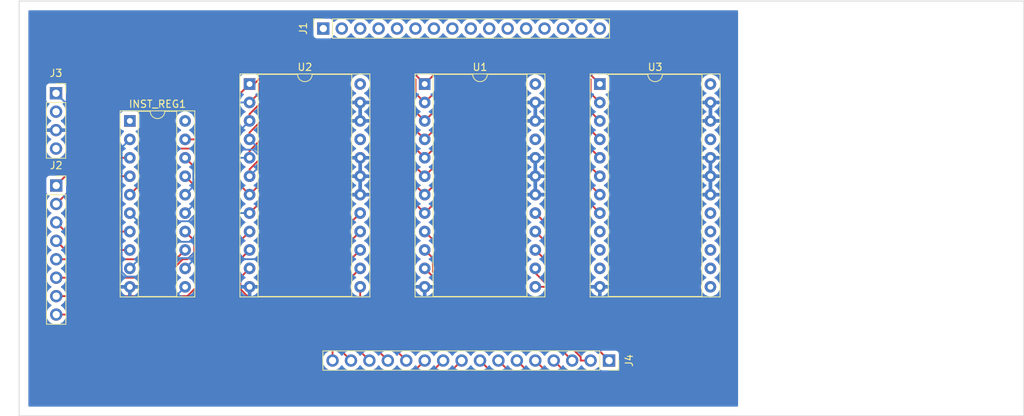
<source format=kicad_pcb>
(kicad_pcb (version 20211014) (generator pcbnew)
  (layers (0 "F.Cu" signal) (1 "In1.Cu" signal) (2 "In2.Cu" signal) (31 "B.Cu" signal) (34 "B.Paste" user) (35 "F.Paste" user) (36 "B.SilkS" user "B.Silkscreen") (37 "F.SilkS" user "F.Silkscreen") (38 "B.Mask" user) (39 "F.Mask" user) (44 "Edge.Cuts" user))
  (net 0 "")
  (net 2 "Net-(INST_REG1-Pad2)")
  (net 3 "D0")
  (net 4 "D1")
  (net 5 "Net-(INST_REG1-Pad5)")
  (net 6 "Net-(INST_REG1-Pad6)")
  (net 7 "D2")
  (net 8 "D3")
  (net 9 "Net-(INST_REG1-Pad9)")
  (net 10 "GND")
  (net 11 "CLK")
  (net 12 "Net-(INST_REG1-Pad12)")
  (net 13 "D4")
  (net 14 "D5")
  (net 15 "Net-(INST_REG1-Pad15)")
  (net 16 "Net-(INST_REG1-Pad16)")
  (net 17 "D6")
  (net 18 "D7")
  (net 19 "Net-(INST_REG1-Pad19)")
  (net 20 "+5V")
  (net 21 "A0")
  (net 22 "A1")
  (net 23 "A2")
  (net 24 "A3")
  (net 25 "A4")
  (net 26 "A5")
  (net 27 "A6")
  (net 28 "A7")
  (net 29 "A8")
  (net 30 "A9")
  (net 31 "A10")
  (net 32 "A11")
  (net 33 "A12")
  (net 34 "A13")
  (net 35 "A14")
  (net 36 "A15")
  (net 37 "RST")
  (net 38 "X")
  (net 39 "OI")
  (net 40 "MW")
  (net 41 "H")
  (net 42 "C")
  (net 43 "~{II}")
  (net 44 "Im")
  (net 45 "~{ΣO}")
  (net 46 "~{ΣI}")
  (net 47 "RO")
  (net 48 "RI")
  (net 49 "~{MO}")
  (net 50 "MI")
  (net 51 "~{CO}")
  (net 52 "CE")
  (net 53 "~{CI}")
  (footprint "Package_DIP:DIP-24_W15.24mm_Socket" (layer "F.Cu") (at 120.65 81.28)
    (fp_text reference "U2" (at 7.62 -2.33) (layer "F.SilkS"))
    (fp_text value "AT28C16")
    (fp_line (start 14.08 -1.33) (end 8.62 -1.33) (layer "F.SilkS") (width 0.12))
    (fp_line (start 1.16 29.27) (end 14.08 29.27) (layer "F.SilkS") (width 0.12))
    (fp_line (start 6.62 -1.33) (end 1.16 -1.33) (layer "F.SilkS") (width 0.12))
    (fp_line (start 16.57 -1.39) (end -1.33 -1.39) (layer "F.SilkS") (width 0.12))
    (fp_line (start -1.33 -1.39) (end -1.33 29.33) (layer "F.SilkS") (width 0.12))
    (fp_line (start -1.33 29.33) (end 16.57 29.33) (layer "F.SilkS") (width 0.12))
    (fp_line (start 1.16 -1.33) (end 1.16 29.27) (layer "F.SilkS") (width 0.12))
    (fp_line (start 16.57 29.33) (end 16.57 -1.39) (layer "F.SilkS") (width 0.12))
    (fp_line (start 14.08 29.27) (end 14.08 -1.33) (layer "F.SilkS") (width 0.12))
    (fp_arc (start 8.62 -1.33) (mid 7.62 -0.33) (end 6.62 -1.33) (layer "F.SilkS") (width 0.12))
    (pad "1" thru_hole rect (at 0 0) (size 1.6 1.6) (drill 0.8) (layers *.Cu *.Mask) (net 19 "Net-(INST_REG1-Pad19)"))
    (pad "2" thru_hole oval (at 0 2.54) (size 1.6 1.6) (drill 0.8) (layers *.Cu *.Mask) (net 16 "Net-(INST_REG1-Pad16)"))
    (pad "3" thru_hole oval (at 0 5.08) (size 1.6 1.6) (drill 0.8) (layers *.Cu *.Mask) (net 15 "Net-(INST_REG1-Pad15)"))
    (pad "4" thru_hole oval (at 0 7.62) (size 1.6 1.6) (drill 0.8) (layers *.Cu *.Mask) (net 12 "Net-(INST_REG1-Pad12)"))
    (pad "5" thru_hole oval (at 0 10.16) (size 1.6 1.6) (drill 0.8) (layers *.Cu *.Mask) (net 9 "Net-(INST_REG1-Pad9)"))
    (pad "6" thru_hole oval (at 0 12.7) (size 1.6 1.6) (drill 0.8) (layers *.Cu *.Mask) (net 6 "Net-(INST_REG1-Pad6)"))
    (pad "7" thru_hole oval (at 0 15.24) (size 1.6 1.6) (drill 0.8) (layers *.Cu *.Mask) (net 5 "Net-(INST_REG1-Pad5)"))
    (pad "8" thru_hole oval (at 0 17.78) (size 1.6 1.6) (drill 0.8) (layers *.Cu *.Mask) (net 2 "Net-(INST_REG1-Pad2)"))
    (pad "9" thru_hole oval (at 0 20.32) (size 1.6 1.6) (drill 0.8) (layers *.Cu *.Mask) (net 46 "~{ΣI}"))
    (pad "10" thru_hole oval (at 0 22.86) (size 1.6 1.6) (drill 0.8) (layers *.Cu *.Mask) (net 47 "RO"))
    (pad "11" thru_hole oval (at 0 25.4) (size 1.6 1.6) (drill 0.8) (layers *.Cu *.Mask) (net 48 "RI"))
    (pad "12" thru_hole oval (at 0 27.94) (size 1.6 1.6) (drill 0.8) (layers *.Cu *.Mask) (net 10 "GND"))
    (pad "13" thru_hole oval (at 15.24 27.94) (size 1.6 1.6) (drill 0.8) (layers *.Cu *.Mask) (net 49 "~{MO}"))
    (pad "14" thru_hole oval (at 15.24 25.4) (size 1.6 1.6) (drill 0.8) (layers *.Cu *.Mask) (net 50 "MI"))
    (pad "15" thru_hole oval (at 15.24 22.86) (size 1.6 1.6) (drill 0.8) (layers *.Cu *.Mask) (net 51 "~{CO}"))
    (pad "16" thru_hole oval (at 15.24 20.32) (size 1.6 1.6) (drill 0.8) (layers *.Cu *.Mask) (net 52 "CE"))
    (pad "17" thru_hole oval (at 15.24 17.78) (size 1.6 1.6) (drill 0.8) (layers *.Cu *.Mask) (net 53 "~{CI}"))
    (pad "18" thru_hole oval (at 15.24 15.24) (size 1.6 1.6) (drill 0.8) (layers *.Cu *.Mask) (net 10 "GND"))
    (pad "19" thru_hole oval (at 15.24 12.7) (size 1.6 1.6) (drill 0.8) (layers *.Cu *.Mask) (net 10 "GND"))
    (pad "20" thru_hole oval (at 15.24 10.16) (size 1.6 1.6) (drill 0.8) (layers *.Cu *.Mask) (net 10 "GND"))
    (pad "21" thru_hole oval (at 15.24 7.62) (size 1.6 1.6) (drill 0.8) (layers *.Cu *.Mask) (net 20 "+5V"))
    (pad "22" thru_hole oval (at 15.24 5.08) (size 1.6 1.6) (drill 0.8) (layers *.Cu *.Mask) (net 10 "GND"))
    (pad "23" thru_hole oval (at 15.24 2.54) (size 1.6 1.6) (drill 0.8) (layers *.Cu *.Mask) (net 10 "GND"))
    (pad "24" thru_hole oval (at 15.24 0) (size 1.6 1.6) (drill 0.8) (layers *.Cu *.Mask) (net 20 "+5V"))
  )
  (footprint "Connector_PinSocket_2.54mm:PinSocket_1x16_P2.54mm_Vertical" (layer "F.Cu") (at 130.81 73.635 90)
    (fp_text reference "J1" (at 0 -2.77 90) (layer "F.SilkS"))
    (fp_text value "ADDR_BUS")
    (fp_line (start -1.33 39.43) (end 1.33 39.43) (layer "F.SilkS") (width 0.12))
    (fp_line (start 1.33 1.27) (end 1.33 39.43) (layer "F.SilkS") (width 0.12))
    (fp_line (start 1.33 -1.33) (end 1.33 0) (layer "F.SilkS") (width 0.12))
    (fp_line (start -1.33 1.27) (end 1.33 1.27) (layer "F.SilkS") (width 0.12))
    (fp_line (start 0 -1.33) (end 1.33 -1.33) (layer "F.SilkS") (width 0.12))
    (fp_line (start -1.33 1.27) (end -1.33 39.43) (layer "F.SilkS") (width 0.12))
    (pad "1" thru_hole rect (at 0 0 90) (size 1.7 1.7) (drill 1) (layers *.Cu *.Mask) (net 21 "A0"))
    (pad "2" thru_hole oval (at 0 2.54 90) (size 1.7 1.7) (drill 1) (layers *.Cu *.Mask) (net 22 "A1"))
    (pad "3" thru_hole oval (at 0 5.08 90) (size 1.7 1.7) (drill 1) (layers *.Cu *.Mask) (net 23 "A2"))
    (pad "4" thru_hole oval (at 0 7.62 90) (size 1.7 1.7) (drill 1) (layers *.Cu *.Mask) (net 24 "A3"))
    (pad "5" thru_hole oval (at 0 10.16 90) (size 1.7 1.7) (drill 1) (layers *.Cu *.Mask) (net 25 "A4"))
    (pad "6" thru_hole oval (at 0 12.7 90) (size 1.7 1.7) (drill 1) (layers *.Cu *.Mask) (net 26 "A5"))
    (pad "7" thru_hole oval (at 0 15.24 90) (size 1.7 1.7) (drill 1) (layers *.Cu *.Mask) (net 27 "A6"))
    (pad "8" thru_hole oval (at 0 17.78 90) (size 1.7 1.7) (drill 1) (layers *.Cu *.Mask) (net 28 "A7"))
    (pad "9" thru_hole oval (at 0 20.32 90) (size 1.7 1.7) (drill 1) (layers *.Cu *.Mask) (net 29 "A8"))
    (pad "10" thru_hole oval (at 0 22.86 90) (size 1.7 1.7) (drill 1) (layers *.Cu *.Mask) (net 30 "A9"))
    (pad "11" thru_hole oval (at 0 25.4 90) (size 1.7 1.7) (drill 1) (layers *.Cu *.Mask) (net 31 "A10"))
    (pad "12" thru_hole oval (at 0 27.94 90) (size 1.7 1.7) (drill 1) (layers *.Cu *.Mask) (net 32 "A11"))
    (pad "13" thru_hole oval (at 0 30.48 90) (size 1.7 1.7) (drill 1) (layers *.Cu *.Mask) (net 33 "A12"))
    (pad "14" thru_hole oval (at 0 33.02 90) (size 1.7 1.7) (drill 1) (layers *.Cu *.Mask) (net 34 "A13"))
    (pad "15" thru_hole oval (at 0 35.56 90) (size 1.7 1.7) (drill 1) (layers *.Cu *.Mask) (net 35 "A14"))
    (pad "16" thru_hole oval (at 0 38.1 90) (size 1.7 1.7) (drill 1) (layers *.Cu *.Mask) (net 36 "A15"))
  )
  (footprint "Package_DIP:DIP-24_W15.24mm_Socket" (layer "F.Cu") (at 168.91 81.28)
    (fp_text reference "U3" (at 7.62 -2.33) (layer "F.SilkS"))
    (fp_text value "AT28C16")
    (fp_line (start 14.08 29.27) (end 14.08 -1.33) (layer "F.SilkS") (width 0.12))
    (fp_line (start 14.08 -1.33) (end 8.62 -1.33) (layer "F.SilkS") (width 0.12))
    (fp_line (start 16.57 29.33) (end 16.57 -1.39) (layer "F.SilkS") (width 0.12))
    (fp_line (start 16.57 -1.39) (end -1.33 -1.39) (layer "F.SilkS") (width 0.12))
    (fp_line (start -1.33 29.33) (end 16.57 29.33) (layer "F.SilkS") (width 0.12))
    (fp_line (start -1.33 -1.39) (end -1.33 29.33) (layer "F.SilkS") (width 0.12))
    (fp_line (start 1.16 -1.33) (end 1.16 29.27) (layer "F.SilkS") (width 0.12))
    (fp_line (start 6.62 -1.33) (end 1.16 -1.33) (layer "F.SilkS") (width 0.12))
    (fp_line (start 1.16 29.27) (end 14.08 29.27) (layer "F.SilkS") (width 0.12))
    (fp_arc (start 8.62 -1.33) (mid 7.62 -0.33) (end 6.62 -1.33) (layer "F.SilkS") (width 0.12))
    (pad "1" thru_hole rect (at 0 0) (size 1.6 1.6) (drill 0.8) (layers *.Cu *.Mask) (net 19 "Net-(INST_REG1-Pad19)"))
    (pad "2" thru_hole oval (at 0 2.54) (size 1.6 1.6) (drill 0.8) (layers *.Cu *.Mask) (net 16 "Net-(INST_REG1-Pad16)"))
    (pad "3" thru_hole oval (at 0 5.08) (size 1.6 1.6) (drill 0.8) (layers *.Cu *.Mask) (net 15 "Net-(INST_REG1-Pad15)"))
    (pad "4" thru_hole oval (at 0 7.62) (size 1.6 1.6) (drill 0.8) (layers *.Cu *.Mask) (net 12 "Net-(INST_REG1-Pad12)"))
    (pad "5" thru_hole oval (at 0 10.16) (size 1.6 1.6) (drill 0.8) (layers *.Cu *.Mask) (net 9 "Net-(INST_REG1-Pad9)"))
    (pad "6" thru_hole oval (at 0 12.7) (size 1.6 1.6) (drill 0.8) (layers *.Cu *.Mask) (net 6 "Net-(INST_REG1-Pad6)"))
    (pad "7" thru_hole oval (at 0 15.24) (size 1.6 1.6) (drill 0.8) (layers *.Cu *.Mask) (net 5 "Net-(INST_REG1-Pad5)"))
    (pad "8" thru_hole oval (at 0 17.78) (size 1.6 1.6) (drill 0.8) (layers *.Cu *.Mask) (net 2 "Net-(INST_REG1-Pad2)"))
    (pad "9" thru_hole oval (at 0 20.32) (size 1.6 1.6) (drill 0.8) (layers *.Cu *.Mask))
    (pad "10" thru_hole oval (at 0 22.86) (size 1.6 1.6) (drill 0.8) (layers *.Cu *.Mask))
    (pad "11" thru_hole oval (at 0 25.4) (size 1.6 1.6) (drill 0.8) (layers *.Cu *.Mask))
    (pad "12" thru_hole oval (at 0 27.94) (size 1.6 1.6) (drill 0.8) (layers *.Cu *.Mask) (net 10 "GND"))
    (pad "13" thru_hole oval (at 15.24 27.94) (size 1.6 1.6) (drill 0.8) (layers *.Cu *.Mask))
    (pad "14" thru_hole oval (at 15.24 25.4) (size 1.6 1.6) (drill 0.8) (layers *.Cu *.Mask))
    (pad "15" thru_hole oval (at 15.24 22.86) (size 1.6 1.6) (drill 0.8) (layers *.Cu *.Mask))
    (pad "16" thru_hole oval (at 15.24 20.32) (size 1.6 1.6) (drill 0.8) (layers *.Cu *.Mask))
    (pad "17" thru_hole oval (at 15.24 17.78) (size 1.6 1.6) (drill 0.8) (layers *.Cu *.Mask))
    (pad "18" thru_hole oval (at 15.24 15.24) (size 1.6 1.6) (drill 0.8) (layers *.Cu *.Mask) (net 10 "GND"))
    (pad "19" thru_hole oval (at 15.24 12.7) (size 1.6 1.6) (drill 0.8) (layers *.Cu *.Mask) (net 10 "GND"))
    (pad "20" thru_hole oval (at 15.24 10.16) (size 1.6 1.6) (drill 0.8) (layers *.Cu *.Mask) (net 10 "GND"))
    (pad "21" thru_hole oval (at 15.24 7.62) (size 1.6 1.6) (drill 0.8) (layers *.Cu *.Mask) (net 20 "+5V"))
    (pad "22" thru_hole oval (at 15.24 5.08) (size 1.6 1.6) (drill 0.8) (layers *.Cu *.Mask) (net 10 "GND"))
    (pad "23" thru_hole oval (at 15.24 2.54) (size 1.6 1.6) (drill 0.8) (layers *.Cu *.Mask) (net 10 "GND"))
    (pad "24" thru_hole oval (at 15.24 0) (size 1.6 1.6) (drill 0.8) (layers *.Cu *.Mask) (net 20 "+5V"))
  )
  (footprint "Package_DIP:DIP-24_W15.24mm_Socket" (layer "F.Cu") (at 144.78 81.28)
    (fp_text reference "U1" (at 7.62 -2.33) (layer "F.SilkS"))
    (fp_text value "AT28C16")
    (fp_line (start 14.08 -1.33) (end 8.62 -1.33) (layer "F.SilkS") (width 0.12))
    (fp_line (start 1.16 -1.33) (end 1.16 29.27) (layer "F.SilkS") (width 0.12))
    (fp_line (start 14.08 29.27) (end 14.08 -1.33) (layer "F.SilkS") (width 0.12))
    (fp_line (start -1.33 29.33) (end 16.57 29.33) (layer "F.SilkS") (width 0.12))
    (fp_line (start 16.57 -1.39) (end -1.33 -1.39) (layer "F.SilkS") (width 0.12))
    (fp_line (start -1.33 -1.39) (end -1.33 29.33) (layer "F.SilkS") (width 0.12))
    (fp_line (start 16.57 29.33) (end 16.57 -1.39) (layer "F.SilkS") (width 0.12))
    (fp_line (start 1.16 29.27) (end 14.08 29.27) (layer "F.SilkS") (width 0.12))
    (fp_line (start 6.62 -1.33) (end 1.16 -1.33) (layer "F.SilkS") (width 0.12))
    (fp_arc (start 8.62 -1.33) (mid 7.62 -0.33) (end 6.62 -1.33) (layer "F.SilkS") (width 0.12))
    (pad "1" thru_hole rect (at 0 0) (size 1.6 1.6) (drill 0.8) (layers *.Cu *.Mask) (net 19 "Net-(INST_REG1-Pad19)"))
    (pad "2" thru_hole oval (at 0 2.54) (size 1.6 1.6) (drill 0.8) (layers *.Cu *.Mask) (net 16 "Net-(INST_REG1-Pad16)"))
    (pad "3" thru_hole oval (at 0 5.08) (size 1.6 1.6) (drill 0.8) (layers *.Cu *.Mask) (net 15 "Net-(INST_REG1-Pad15)"))
    (pad "4" thru_hole oval (at 0 7.62) (size 1.6 1.6) (drill 0.8) (layers *.Cu *.Mask) (net 12 "Net-(INST_REG1-Pad12)"))
    (pad "5" thru_hole oval (at 0 10.16) (size 1.6 1.6) (drill 0.8) (layers *.Cu *.Mask) (net 9 "Net-(INST_REG1-Pad9)"))
    (pad "6" thru_hole oval (at 0 12.7) (size 1.6 1.6) (drill 0.8) (layers *.Cu *.Mask) (net 6 "Net-(INST_REG1-Pad6)"))
    (pad "7" thru_hole oval (at 0 15.24) (size 1.6 1.6) (drill 0.8) (layers *.Cu *.Mask) (net 5 "Net-(INST_REG1-Pad5)"))
    (pad "8" thru_hole oval (at 0 17.78) (size 1.6 1.6) (drill 0.8) (layers *.Cu *.Mask) (net 2 "Net-(INST_REG1-Pad2)"))
    (pad "9" thru_hole oval (at 0 20.32) (size 1.6 1.6) (drill 0.8) (layers *.Cu *.Mask) (net 38 "X"))
    (pad "10" thru_hole oval (at 0 22.86) (size 1.6 1.6) (drill 0.8) (layers *.Cu *.Mask) (net 39 "OI"))
    (pad "11" thru_hole oval (at 0 25.4) (size 1.6 1.6) (drill 0.8) (layers *.Cu *.Mask) (net 40 "MW"))
    (pad "12" thru_hole oval (at 0 27.94) (size 1.6 1.6) (drill 0.8) (layers *.Cu *.Mask) (net 10 "GND"))
    (pad "13" thru_hole oval (at 15.24 27.94) (size 1.6 1.6) (drill 0.8) (layers *.Cu *.Mask) (net 41 "H"))
    (pad "14" thru_hole oval (at 15.24 25.4) (size 1.6 1.6) (drill 0.8) (layers *.Cu *.Mask) (net 42 "C"))
    (pad "15" thru_hole oval (at 15.24 22.86) (size 1.6 1.6) (drill 0.8) (layers *.Cu *.Mask) (net 43 "~{II}"))
    (pad "16" thru_hole oval (at 15.24 20.32) (size 1.6 1.6) (drill 0.8) (layers *.Cu *.Mask) (net 44 "Im"))
    (pad "17" thru_hole oval (at 15.24 17.78) (size 1.6 1.6) (drill 0.8) (layers *.Cu *.Mask) (net 45 "~{ΣO}"))
    (pad "18" thru_hole oval (at 15.24 15.24) (size 1.6 1.6) (drill 0.8) (layers *.Cu *.Mask) (net 10 "GND"))
    (pad "19" thru_hole oval (at 15.24 12.7) (size 1.6 1.6) (drill 0.8) (layers *.Cu *.Mask) (net 10 "GND"))
    (pad "20" thru_hole oval (at 15.24 10.16) (size 1.6 1.6) (drill 0.8) (layers *.Cu *.Mask) (net 10 "GND"))
    (pad "21" thru_hole oval (at 15.24 7.62) (size 1.6 1.6) (drill 0.8) (layers *.Cu *.Mask) (net 20 "+5V"))
    (pad "22" thru_hole oval (at 15.24 5.08) (size 1.6 1.6) (drill 0.8) (layers *.Cu *.Mask) (net 10 "GND"))
    (pad "23" thru_hole oval (at 15.24 2.54) (size 1.6 1.6) (drill 0.8) (layers *.Cu *.Mask) (net 10 "GND"))
    (pad "24" thru_hole oval (at 15.24 0) (size 1.6 1.6) (drill 0.8) (layers *.Cu *.Mask) (net 20 "+5V"))
  )
  (footprint "Connector_PinSocket_2.54mm:PinSocket_1x04_P2.54mm_Vertical" (layer "F.Cu") (at 93.98 82.55)
    (fp_text reference "J3" (at 0 -2.77) (layer "F.SilkS"))
    (fp_text value "Conn_01x03_Female")
    (fp_line (start -1.33 1.27) (end -1.33 8.95) (layer "F.SilkS") (width 0.12))
    (fp_line (start 0 -1.33) (end 1.33 -1.33) (layer "F.SilkS") (width 0.12))
    (fp_line (start -1.33 8.95) (end 1.33 8.95) (layer "F.SilkS") (width 0.12))
    (fp_line (start 1.33 -1.33) (end 1.33 0) (layer "F.SilkS") (width 0.12))
    (fp_line (start -1.33 1.27) (end 1.33 1.27) (layer "F.SilkS") (width 0.12))
    (fp_line (start 1.33 1.27) (end 1.33 8.95) (layer "F.SilkS") (width 0.12))
    (pad "1" thru_hole rect (at 0 0) (size 1.7 1.7) (drill 1) (layers *.Cu *.Mask) (net 11 "CLK"))
    (pad "2" thru_hole oval (at 0 2.54) (size 1.7 1.7) (drill 1) (layers *.Cu *.Mask) (net 37 "RST"))
    (pad "3" thru_hole oval (at 0 5.08) (size 1.7 1.7) (drill 1) (layers *.Cu *.Mask) (net 10 "GND"))
    (pad "4" thru_hole oval (at 0 7.62) (size 1.7 1.7) (drill 1) (layers *.Cu *.Mask) (net 20 "+5V"))
  )
  (footprint "Connector_PinSocket_2.54mm:PinSocket_1x16_P2.54mm_Vertical" (layer "F.Cu") (at 170.18 119.38 -90)
    (fp_text reference "J4" (at 0 -2.77 90) (layer "F.SilkS"))
    (fp_text value "CTRL_BUS")
    (fp_line (start -1.33 39.43) (end 1.33 39.43) (layer "F.SilkS") (width 0.12))
    (fp_line (start 1.33 -1.33) (end 1.33 0) (layer "F.SilkS") (width 0.12))
    (fp_line (start 1.33 1.27) (end 1.33 39.43) (layer "F.SilkS") (width 0.12))
    (fp_line (start -1.33 1.27) (end 1.33 1.27) (layer "F.SilkS") (width 0.12))
    (fp_line (start -1.33 1.27) (end -1.33 39.43) (layer "F.SilkS") (width 0.12))
    (fp_line (start 0 -1.33) (end 1.33 -1.33) (layer "F.SilkS") (width 0.12))
    (pad "1" thru_hole rect (at 0 0 270) (size 1.7 1.7) (drill 1) (layers *.Cu *.Mask) (net 38 "X"))
    (pad "2" thru_hole oval (at 0 2.54 270) (size 1.7 1.7) (drill 1) (layers *.Cu *.Mask) (net 39 "OI"))
    (pad "3" thru_hole oval (at 0 5.08 270) (size 1.7 1.7) (drill 1) (layers *.Cu *.Mask) (net 40 "MW"))
    (pad "4" thru_hole oval (at 0 7.62 270) (size 1.7 1.7) (drill 1) (layers *.Cu *.Mask) (net 41 "H"))
    (pad "5" thru_hole oval (at 0 10.16 270) (size 1.7 1.7) (drill 1) (layers *.Cu *.Mask) (net 42 "C"))
    (pad "6" thru_hole oval (at 0 12.7 270) (size 1.7 1.7) (drill 1) (layers *.Cu *.Mask) (net 43 "~{II}"))
    (pad "7" thru_hole oval (at 0 15.24 270) (size 1.7 1.7) (drill 1) (layers *.Cu *.Mask) (net 44 "Im"))
    (pad "8" thru_hole oval (at 0 17.78 270) (size 1.7 1.7) (drill 1) (layers *.Cu *.Mask) (net 45 "~{ΣO}"))
    (pad "9" thru_hole oval (at 0 20.32 270) (size 1.7 1.7) (drill 1) (layers *.Cu *.Mask) (net 46 "~{ΣI}"))
    (pad "10" thru_hole oval (at 0 22.86 270) (size 1.7 1.7) (drill 1) (layers *.Cu *.Mask) (net 47 "RO"))
    (pad "11" thru_hole oval (at 0 25.4 270) (size 1.7 1.7) (drill 1) (layers *.Cu *.Mask) (net 48 "RI"))
    (pad "12" thru_hole oval (at 0 27.94 270) (size 1.7 1.7) (drill 1) (layers *.Cu *.Mask) (net 49 "~{MO}"))
    (pad "13" thru_hole oval (at 0 30.48 270) (size 1.7 1.7) (drill 1) (layers *.Cu *.Mask) (net 50 "MI"))
    (pad "14" thru_hole oval (at 0 33.02 270) (size 1.7 1.7) (drill 1) (layers *.Cu *.Mask) (net 51 "~{CO}"))
    (pad "15" thru_hole oval (at 0 35.56 270) (size 1.7 1.7) (drill 1) (layers *.Cu *.Mask) (net 52 "CE"))
    (pad "16" thru_hole oval (at 0 38.1 270) (size 1.7 1.7) (drill 1) (layers *.Cu *.Mask) (net 53 "~{CI}"))
  )
  (footprint "Connector_PinSocket_2.54mm:PinSocket_1x08_P2.54mm_Vertical" (layer "F.Cu") (at 94.005 95.265)
    (fp_text reference "J2" (at 0 -2.77) (layer "F.SilkS"))
    (fp_text value "DATA_BUS")
    (fp_line (start 1.33 -1.33) (end 1.33 0) (layer "F.SilkS") (width 0.12))
    (fp_line (start 0 -1.33) (end 1.33 -1.33) (layer "F.SilkS") (width 0.12))
    (fp_line (start -1.33 1.27) (end 1.33 1.27) (layer "F.SilkS") (width 0.12))
    (fp_line (start 1.33 1.27) (end 1.33 19.11) (layer "F.SilkS") (width 0.12))
    (fp_line (start -1.33 19.11) (end 1.33 19.11) (layer "F.SilkS") (width 0.12))
    (fp_line (start -1.33 1.27) (end -1.33 19.11) (layer "F.SilkS") (width 0.12))
    (pad "1" thru_hole rect (at 0 0) (size 1.7 1.7) (drill 1) (layers *.Cu *.Mask) (net 3 "D0"))
    (pad "2" thru_hole oval (at 0 2.54) (size 1.7 1.7) (drill 1) (layers *.Cu *.Mask) (net 4 "D1"))
    (pad "3" thru_hole oval (at 0 5.08) (size 1.7 1.7) (drill 1) (layers *.Cu *.Mask) (net 7 "D2"))
    (pad "4" thru_hole oval (at 0 7.62) (size 1.7 1.7) (drill 1) (layers *.Cu *.Mask) (net 8 "D3"))
    (pad "5" thru_hole oval (at 0 10.16) (size 1.7 1.7) (drill 1) (layers *.Cu *.Mask) (net 13 "D4"))
    (pad "6" thru_hole oval (at 0 12.7) (size 1.7 1.7) (drill 1) (layers *.Cu *.Mask) (net 14 "D5"))
    (pad "7" thru_hole oval (at 0 15.24) (size 1.7 1.7) (drill 1) (layers *.Cu *.Mask) (net 17 "D6"))
    (pad "8" thru_hole oval (at 0 17.78) (size 1.7 1.7) (drill 1) (layers *.Cu *.Mask) (net 18 "D7"))
  )
  (footprint "Package_DIP:DIP-20_W7.62mm_Socket" (layer "F.Cu") (at 104.15 86.365)
    (fp_text reference "INST_REG1" (at 3.81 -2.33) (layer "F.SilkS"))
    (fp_text value "74HC377")
    (fp_line (start 1.16 -1.33) (end 1.16 24.19) (layer "F.SilkS") (width 0.12))
    (fp_line (start 2.81 -1.33) (end 1.16 -1.33) (layer "F.SilkS") (width 0.12))
    (fp_line (start -1.33 -1.39) (end -1.33 24.25) (layer "F.SilkS") (width 0.12))
    (fp_line (start -1.33 24.25) (end 8.95 24.25) (layer "F.SilkS") (width 0.12))
    (fp_line (start 8.95 -1.39) (end -1.33 -1.39) (layer "F.SilkS") (width 0.12))
    (fp_line (start 6.46 24.19) (end 6.46 -1.33) (layer "F.SilkS") (width 0.12))
    (fp_line (start 6.46 -1.33) (end 4.81 -1.33) (layer "F.SilkS") (width 0.12))
    (fp_line (start 1.16 24.19) (end 6.46 24.19) (layer "F.SilkS") (width 0.12))
    (fp_line (start 8.95 24.25) (end 8.95 -1.39) (layer "F.SilkS") (width 0.12))
    (fp_arc (start 4.81 -1.33) (mid 3.81 -0.33) (end 2.81 -1.33) (layer "F.SilkS") (width 0.12))
    (pad "1" thru_hole rect (at 0 0) (size 1.6 1.6) (drill 0.8) (layers *.Cu *.Mask))
    (pad "2" thru_hole oval (at 0 2.54) (size 1.6 1.6) (drill 0.8) (layers *.Cu *.Mask) (net 2 "Net-(INST_REG1-Pad2)"))
    (pad "3" thru_hole oval (at 0 5.08) (size 1.6 1.6) (drill 0.8) (layers *.Cu *.Mask) (net 3 "D0"))
    (pad "4" thru_hole oval (at 0 7.62) (size 1.6 1.6) (drill 0.8) (layers *.Cu *.Mask) (net 4 "D1"))
    (pad "5" thru_hole oval (at 0 10.16) (size 1.6 1.6) (drill 0.8) (layers *.Cu *.Mask) (net 5 "Net-(INST_REG1-Pad5)"))
    (pad "6" thru_hole oval (at 0 12.7) (size 1.6 1.6) (drill 0.8) (layers *.Cu *.Mask) (net 6 "Net-(INST_REG1-Pad6)"))
    (pad "7" thru_hole oval (at 0 15.24) (size 1.6 1.6) (drill 0.8) (layers *.Cu *.Mask) (net 7 "D2"))
    (pad "8" thru_hole oval (at 0 17.78) (size 1.6 1.6) (drill 0.8) (layers *.Cu *.Mask) (net 8 "D3"))
    (pad "9" thru_hole oval (at 0 20.32) (size 1.6 1.6) (drill 0.8) (layers *.Cu *.Mask) (net 9 "Net-(INST_REG1-Pad9)"))
    (pad "10" thru_hole oval (at 0 22.86) (size 1.6 1.6) (drill 0.8) (layers *.Cu *.Mask) (net 10 "GND"))
    (pad "11" thru_hole oval (at 7.62 22.86) (size 1.6 1.6) (drill 0.8) (layers *.Cu *.Mask) (net 11 "CLK"))
    (pad "12" thru_hole oval (at 7.62 20.32) (size 1.6 1.6) (drill 0.8) (layers *.Cu *.Mask) (net 12 "Net-(INST_REG1-Pad12)"))
    (pad "13" thru_hole oval (at 7.62 17.78) (size 1.6 1.6) (drill 0.8) (layers *.Cu *.Mask) (net 13 "D4"))
    (pad "14" thru_hole oval (at 7.62 15.24) (size 1.6 1.6) (drill 0.8) (layers *.Cu *.Mask) (net 14 "D5"))
    (pad "15" thru_hole oval (at 7.62 12.7) (size 1.6 1.6) (drill 0.8) (layers *.Cu *.Mask) (net 15 "Net-(INST_REG1-Pad15)"))
    (pad "16" thru_hole oval (at 7.62 10.16) (size 1.6 1.6) (drill 0.8) (layers *.Cu *.Mask) (net 16 "Net-(INST_REG1-Pad16)"))
    (pad "17" thru_hole oval (at 7.62 7.62) (size 1.6 1.6) (drill 0.8) (layers *.Cu *.Mask) (net 17 "D6"))
    (pad "18" thru_hole oval (at 7.62 5.08) (size 1.6 1.6) (drill 0.8) (layers *.Cu *.Mask) (net 18 "D7"))
    (pad "19" thru_hole oval (at 7.62 2.54) (size 1.6 1.6) (drill 0.8) (layers *.Cu *.Mask) (net 19 "Net-(INST_REG1-Pad19)"))
    (pad "20" thru_hole oval (at 7.62 0) (size 1.6 1.6) (drill 0.8) (layers *.Cu *.Mask) (net 20 "+5V"))
  )
  (gr_line (start 227.33 69.85) (end 227.33 127) (layer "Edge.Cuts") (width 0.1))
  (gr_line (start 88.9 69.85) (end 227.33 69.85) (layer "Edge.Cuts") (width 0.1))
  (gr_line (start 227.33 127) (end 88.9 127) (layer "Edge.Cuts") (width 0.1))
  (gr_line (start 88.9 125.73) (end 88.9 69.85) (layer "Edge.Cuts") (width 0.1))
  (gr_line (start 88.9 127) (end 88.9 125.73) (layer "Edge.Cuts") (width 0.1))
  (segment (start 127.668376 79.35) (end 138.395228 79.35) (width 0.25) (layer "F.Cu") (net 2))
  (segment (start 124.62 82.398376) (end 127.668376 79.35) (width 0.25) (layer "F.Cu") (net 2))
  (segment (start 124.62 95.09) (end 124.62 82.398376) (width 0.25) (layer "F.Cu") (net 2))
  (segment (start 149.068198 94.771802) (end 149.068198 81.446574) (width 0.25) (layer "F.Cu") (net 2))
  (segment (start 162.525228 79.35) (end 164.94 81.764772) (width 0.25) (layer "F.Cu") (net 2))
  (segment (start 140.623604 94.903604) (end 144.78 99.06) (width 0.25) (layer "F.Cu") (net 2))
  (segment (start 144.78 99.06) (end 149.068198 94.771802) (width 0.25) (layer "F.Cu") (net 2))
  (segment (start 138.395228 79.35) (end 140.623604 81.578376) (width 0.25) (layer "F.Cu") (net 2))
  (segment (start 164.94 81.764772) (end 164.94 95.09) (width 0.25) (layer "F.Cu") (net 2))
  (segment (start 140.623604 81.578376) (end 140.623604 94.903604) (width 0.25) (layer "F.Cu") (net 2))
  (segment (start 120.65 99.06) (end 124.62 95.09) (width 0.25) (layer "F.Cu") (net 2))
  (segment (start 149.068198 81.446574) (end 151.164772 79.35) (width 0.25) (layer "F.Cu") (net 2))
  (segment (start 151.164772 79.35) (end 162.525228 79.35) (width 0.25) (layer "F.Cu") (net 2))
  (segment (start 164.94 95.09) (end 168.91 99.06) (width 0.25) (layer "F.Cu") (net 2))
  (segment (start 103.684009 107.81) (end 108.09 107.81) (width 0.25) (layer "B.Cu") (net 2))
  (segment (start 110.63 105.27) (end 112.235991 105.27) (width 0.25) (layer "B.Cu") (net 2))
  (segment (start 108.09 107.81) (end 110.63 105.27) (width 0.25) (layer "B.Cu") (net 2))
  (segment (start 118.445991 99.06) (end 120.65 99.06) (width 0.25) (layer "B.Cu") (net 2))
  (segment (start 104.15 88.905) (end 103.025 90.03) (width 0.25) (layer "B.Cu") (net 2))
  (segment (start 112.235991 105.27) (end 118.445991 99.06) (width 0.25) (layer "B.Cu") (net 2))
  (segment (start 103.025 90.03) (end 103.025 107.150991) (width 0.25) (layer "B.Cu") (net 2))
  (segment (start 103.025 107.150991) (end 103.684009 107.81) (width 0.25) (layer "B.Cu") (net 2))
  (segment (start 94.005 95.265) (end 94.005 95.225) (width 0.25) (layer "F.Cu") (net 3))
  (segment (start 94.005 95.225) (end 97.79 91.44) (width 0.25) (layer "F.Cu") (net 3))
  (segment (start 97.79 91.44) (end 97.795 91.445) (width 0.25) (layer "F.Cu") (net 3))
  (segment (start 97.795 91.445) (end 104.15 91.445) (width 0.25) (layer "F.Cu") (net 3))
  (segment (start 97.79 94.02) (end 97.79 93.98) (width 0.25) (layer "F.Cu") (net 4))
  (segment (start 97.795 93.985) (end 104.15 93.985) (width 0.25) (layer "F.Cu") (net 4))
  (segment (start 97.79 93.98) (end 97.795 93.985) (width 0.25) (layer "F.Cu") (net 4))
  (segment (start 94.005 97.805) (end 97.79 94.02) (width 0.25) (layer "F.Cu") (net 4))
  (segment (start 124.17 93) (end 124.17 82.21198) (width 0.25) (layer "F.Cu") (net 5))
  (segment (start 141.073604 92.813604) (end 144.78 96.52) (width 0.25) (layer "F.Cu") (net 5))
  (segment (start 124.17 82.21198) (end 127.48198 78.9) (width 0.25) (layer "F.Cu") (net 5))
  (segment (start 148.618198 92.681802) (end 148.618198 81.260178) (width 0.25) (layer "F.Cu") (net 5))
  (segment (start 165.39 81.578376) (end 165.39 93) (width 0.25) (layer "F.Cu") (net 5))
  (segment (start 141.073604 81.39198) (end 141.073604 92.813604) (width 0.25) (layer "F.Cu") (net 5))
  (segment (start 110.49 90.185) (end 110.49 90.17) (width 0.25) (layer "F.Cu") (net 5))
  (segment (start 114.3 90.17) (end 120.65 96.52) (width 0.25) (layer "F.Cu") (net 5))
  (segment (start 110.49 90.17) (end 114.3 90.17) (width 0.25) (layer "F.Cu") (net 5))
  (segment (start 148.618198 81.260178) (end 150.978376 78.9) (width 0.25) (layer "F.Cu") (net 5))
  (segment (start 165.39 93) (end 168.91 96.52) (width 0.25) (layer "F.Cu") (net 5))
  (segment (start 162.711624 78.9) (end 165.39 81.578376) (width 0.25) (layer "F.Cu") (net 5))
  (segment (start 120.65 96.52) (end 124.17 93) (width 0.25) (layer "F.Cu") (net 5))
  (segment (start 104.15 96.525) (end 110.49 90.185) (width 0.25) (layer "F.Cu") (net 5))
  (segment (start 127.48198 78.9) (end 138.581624 78.9) (width 0.25) (layer "F.Cu") (net 5))
  (segment (start 150.978376 78.9) (end 162.711624 78.9) (width 0.25) (layer "F.Cu") (net 5))
  (segment (start 144.78 96.52) (end 148.618198 92.681802) (width 0.25) (layer "F.Cu") (net 5))
  (segment (start 138.581624 78.9) (end 141.073604 81.39198) (width 0.25) (layer "F.Cu") (net 5))
  (segment (start 127.295584 78.45) (end 138.76802 78.45) (width 0.25) (layer "F.Cu") (net 6))
  (segment (start 120.65 93.030991) (end 123.72 89.960991) (width 0.25) (layer "F.Cu") (net 6))
  (segment (start 162.89802 78.45) (end 165.84 81.39198) (width 0.25) (layer "F.Cu") (net 6))
  (segment (start 148.168198 90.591802) (end 148.168198 81.073782) (width 0.25) (layer "F.Cu") (net 6))
  (segment (start 141.523604 81.205584) (end 141.523604 90.723604) (width 0.25) (layer "F.Cu") (net 6))
  (segment (start 123.72 89.960991) (end 123.72 82.025584) (width 0.25) (layer "F.Cu") (net 6))
  (segment (start 165.84 90.91) (end 168.91 93.98) (width 0.25) (layer "F.Cu") (net 6))
  (segment (start 165.84 81.39198) (end 165.84 90.91) (width 0.25) (layer "F.Cu") (net 6))
  (segment (start 150.79198 78.45) (end 162.89802 78.45) (width 0.25) (layer "F.Cu") (net 6))
  (segment (start 123.72 82.025584) (end 127.295584 78.45) (width 0.25) (layer "F.Cu") (net 6))
  (segment (start 144.78 93.98) (end 148.168198 90.591802) (width 0.25) (layer "F.Cu") (net 6))
  (segment (start 141.523604 90.723604) (end 144.78 93.98) (width 0.25) (layer "F.Cu") (net 6))
  (segment (start 138.76802 78.45) (end 141.523604 81.205584) (width 0.25) (layer "F.Cu") (net 6))
  (segment (start 148.168198 81.073782) (end 150.79198 78.45) (width 0.25) (layer "F.Cu") (net 6))
  (segment (start 120.65 93.98) (end 120.65 93.030991) (width 0.25) (layer "F.Cu") (net 6))
  (segment (start 121.115991 90.315) (end 121.92 91.119009) (width 0.25) (layer "B.Cu") (net 6))
  (segment (start 115.12 97.305991) (end 115.12 93.16) (width 0.25) (layer "B.Cu") (net 6))
  (segment (start 104.15 99.065) (end 105.275 100.19) (width 0.25) (layer "B.Cu") (net 6))
  (segment (start 105.275 100.19) (end 112.235991 100.19) (width 0.25) (layer "B.Cu") (net 6))
  (segment (start 117.965 90.315) (end 121.115991 90.315) (width 0.25) (layer "B.Cu") (net 6))
  (segment (start 115.12 93.16) (end 117.965 90.315) (width 0.25) (layer "B.Cu") (net 6))
  (segment (start 121.92 92.71) (end 120.65 93.98) (width 0.25) (layer "B.Cu") (net 6))
  (segment (start 121.92 91.119009) (end 121.92 92.71) (width 0.25) (layer "B.Cu") (net 6))
  (segment (start 112.235991 100.19) (end 115.12 97.305991) (width 0.25) (layer "B.Cu") (net 6))
  (segment (start 94.005 100.345) (end 95.25 101.59) (width 0.25) (layer "F.Cu") (net 7))
  (segment (start 95.255 101.605) (end 104.15 101.605) (width 0.25) (layer "F.Cu") (net 7))
  (segment (start 95.25 101.6) (end 95.255 101.605) (width 0.25) (layer "F.Cu") (net 7))
  (segment (start 95.25 101.59) (end 95.25 101.6) (width 0.25) (layer "F.Cu") (net 7))
  (segment (start 94.005 102.885) (end 95.265 104.145) (width 0.25) (layer "F.Cu") (net 8))
  (segment (start 95.265 104.145) (end 104.15 104.145) (width 0.25) (layer "F.Cu") (net 8))
  (segment (start 138.954416 78) (end 141.973604 81.019188) (width 0.25) (layer "F.Cu") (net 9))
  (segment (start 166.29 88.82) (end 168.91 91.44) (width 0.25) (layer "F.Cu") (net 9))
  (segment (start 166.29 81.205584) (end 166.29 88.82) (width 0.25) (layer "F.Cu") (net 9))
  (segment (start 163.084416 78) (end 166.29 81.205584) (width 0.25) (layer "F.Cu") (net 9))
  (segment (start 123.27 81.839188) (end 127.109188 78) (width 0.25) (layer "F.Cu") (net 9))
  (segment (start 147.718198 88.501802) (end 147.718198 80.887386) (width 0.25) (layer "F.Cu") (net 9))
  (segment (start 141.973604 88.633604) (end 144.78 91.44) (width 0.25) (layer "F.Cu") (net 9))
  (segment (start 127.109188 78) (end 138.954416 78) (width 0.25) (layer "F.Cu") (net 9))
  (segment (start 147.718198 80.887386) (end 150.605584 78) (width 0.25) (layer "F.Cu") (net 9))
  (segment (start 120.65 91.44) (end 120.65 90.490991) (width 0.25) (layer "F.Cu") (net 9))
  (segment (start 120.65 90.490991) (end 123.27 87.870991) (width 0.25) (layer "F.Cu") (net 9))
  (segment (start 141.973604 81.019188) (end 141.973604 88.633604) (width 0.25) (layer "F.Cu") (net 9))
  (segment (start 123.27 87.870991) (end 123.27 81.839188) (width 0.25) (layer "F.Cu") (net 9))
  (segment (start 144.78 91.44) (end 147.718198 88.501802) (width 0.25) (layer "F.Cu") (net 9))
  (segment (start 150.605584 78) (end 163.084416 78) (width 0.25) (layer "F.Cu") (net 9))
  (segment (start 115.57 93.98) (end 118.11 91.44) (width 0.25) (layer "B.Cu") (net 9))
  (segment (start 112.88 103.02) (end 115.57 100.33) (width 0.25) (layer "B.Cu") (net 9))
  (segment (start 118.11 91.44) (end 120.65 91.44) (width 0.25) (layer "B.Cu") (net 9))
  (segment (start 115.57 100.33) (end 115.57 93.98) (width 0.25) (layer "B.Cu") (net 9))
  (segment (start 107.815 103.02) (end 112.88 103.02) (width 0.25) (layer "B.Cu") (net 9))
  (segment (start 104.15 106.685) (end 107.815 103.02) (width 0.25) (layer "B.Cu") (net 9))
  (segment (start 101.6 114.3) (end 106.695 114.3) (width 0.25) (layer "B.Cu") (net 11))
  (segment (start 100.33 113.03) (end 101.6 114.3) (width 0.25) (layer "B.Cu") (net 11))
  (segment (start 106.695 114.3) (end 111.77 109.225) (width 0.25) (layer "B.Cu") (net 11))
  (segment (start 93.98 82.55) (end 100.33 88.9) (width 0.25) (layer "B.Cu") (net 11))
  (segment (start 100.33 88.9) (end 100.33 113.03) (width 0.25) (layer "B.Cu") (net 11))
  (segment (start 120.65 88.9) (end 120.65 87.950991) (width 0.25) (layer "F.Cu") (net 12))
  (segment (start 147.268198 86.411802) (end 147.268198 80.70099) (width 0.25) (layer "F.Cu") (net 12))
  (segment (start 150.419188 77.55) (end 163.270812 77.55) (width 0.25) (layer "F.Cu") (net 12))
  (segment (start 163.270812 77.55) (end 166.74 81.019188) (width 0.25) (layer "F.Cu") (net 12))
  (segment (start 166.74 86.73) (end 168.91 88.9) (width 0.25) (layer "F.Cu") (net 12))
  (segment (start 126.922792 77.55) (end 139.140812 77.55) (width 0.25) (layer "F.Cu") (net 12))
  (segment (start 147.268198 80.70099) (end 150.419188 77.55) (width 0.25) (layer "F.Cu") (net 12))
  (segment (start 122.82 81.652792) (end 126.922792 77.55) (width 0.25) (layer "F.Cu") (net 12))
  (segment (start 166.74 81.019188) (end 166.74 86.73) (width 0.25) (layer "F.Cu") (net 12))
  (segment (start 139.140812 77.55) (end 142.423604 80.832792) (width 0.25) (layer "F.Cu") (net 12))
  (segment (start 142.423604 86.543604) (end 144.78 88.9) (width 0.25) (layer "F.Cu") (net 12))
  (segment (start 122.82 85.780991) (end 122.82 81.652792) (width 0.25) (layer "F.Cu") (net 12))
  (segment (start 144.78 88.9) (end 147.268198 86.411802) (width 0.25) (layer "F.Cu") (net 12))
  (segment (start 142.423604 80.832792) (end 142.423604 86.543604) (width 0.25) (layer "F.Cu") (net 12))
  (segment (start 120.65 87.950991) (end 122.82 85.780991) (width 0.25) (layer "F.Cu") (net 12))
  (segment (start 111.77 106.685) (end 113.045 105.41) (width 0.25) (layer "B.Cu") (net 12))
  (segment (start 123.19 104.14) (end 123.19 91.44) (width 0.25) (layer "B.Cu") (net 12))
  (segment (start 121.92 105.41) (end 123.19 104.14) (width 0.25) (layer "B.Cu") (net 12))
  (segment (start 123.19 91.44) (end 120.65 88.9) (width 0.25) (layer "B.Cu") (net 12))
  (segment (start 113.045 105.41) (end 121.92 105.41) (width 0.25) (layer "B.Cu") (net 12))
  (segment (start 110.49 105.425) (end 111.77 104.145) (width 0.25) (layer "F.Cu") (net 13))
  (segment (start 94.005 105.425) (end 110.49 105.425) (width 0.25) (layer "F.Cu") (net 13))
  (segment (start 108.899009 107.965) (end 111.454009 105.41) (width 0.25) (layer "F.Cu") (net 14))
  (segment (start 111.454009 105.41) (end 112.095991 105.41) (width 0.25) (layer "F.Cu") (net 14))
  (segment (start 113.03 102.865) (end 111.77 101.605) (width 0.25) (layer "F.Cu") (net 14))
  (segment (start 94.005 107.965) (end 108.899009 107.965) (width 0.25) (layer "F.Cu") (net 14))
  (segment (start 112.095991 105.41) (end 113.03 104.475991) (width 0.25) (layer "F.Cu") (net 14))
  (segment (start 113.03 104.475991) (end 113.03 102.865) (width 0.25) (layer "F.Cu") (net 14))
  (segment (start 120.65 86.36) (end 120.65 85.410991) (width 0.25) (layer "F.Cu") (net 15))
  (segment (start 163.457208 77.1) (end 167.19 80.832792) (width 0.25) (layer "F.Cu") (net 15))
  (segment (start 122.37 83.690991) (end 122.37 81.466396) (width 0.25) (layer "F.Cu") (net 15))
  (segment (start 142.873604 84.453604) (end 144.78 86.36) (width 0.25) (layer "F.Cu") (net 15))
  (segment (start 150.232792 77.1) (end 163.457208 77.1) (width 0.25) (layer "F.Cu") (net 15))
  (segment (start 122.37 81.466396) (end 126.736396 77.1) (width 0.25) (layer "F.Cu") (net 15))
  (segment (start 120.65 85.410991) (end 122.37 83.690991) (width 0.25) (layer "F.Cu") (net 15))
  (segment (start 167.19 84.64) (end 168.91 86.36) (width 0.25) (layer "F.Cu") (net 15))
  (segment (start 167.19 80.832792) (end 167.19 84.64) (width 0.25) (layer "F.Cu") (net 15))
  (segment (start 146.818198 84.321802) (end 146.818198 80.514594) (width 0.25) (layer "F.Cu") (net 15))
  (segment (start 126.736396 77.1) (end 139.327208 77.1) (width 0.25) (layer "F.Cu") (net 15))
  (segment (start 142.873604 80.646396) (end 142.873604 84.453604) (width 0.25) (layer "F.Cu") (net 15))
  (segment (start 146.818198 80.514594) (end 150.232792 77.1) (width 0.25) (layer "F.Cu") (net 15))
  (segment (start 144.78 86.36) (end 146.818198 84.321802) (width 0.25) (layer "F.Cu") (net 15))
  (segment (start 139.327208 77.1) (end 142.873604 80.646396) (width 0.25) (layer "F.Cu") (net 15))
  (segment (start 114.3 92.71) (end 120.65 86.36) (width 0.25) (layer "B.Cu") (net 15))
  (segment (start 111.77 99.065) (end 114.3 96.535) (width 0.25) (layer "B.Cu") (net 15))
  (segment (start 114.3 96.535) (end 114.3 92.71) (width 0.25) (layer "B.Cu") (net 15))
  (segment (start 126.55 76.65) (end 139.513604 76.65) (width 0.25) (layer "F.Cu") (net 16))
  (segment (start 163.643604 76.65) (end 167.64 80.646396) (width 0.25) (layer "F.Cu") (net 16))
  (segment (start 121.92 82.55) (end 121.92 81.28) (width 0.25) (layer "F.Cu") (net 16))
  (segment (start 167.64 80.646396) (end 167.64 82.55) (width 0.25) (layer "F.Cu") (net 16))
  (segment (start 121.92 81.28) (end 126.55 76.65) (width 0.25) (layer "F.Cu") (net 16))
  (segment (start 143.51 82.55) (end 144.78 83.82) (width 0.25) (layer "F.Cu") (net 16))
  (segment (start 143.51 80.646396) (end 143.51 82.55) (width 0.25) (layer "F.Cu") (net 16))
  (segment (start 146.368198 82.231802) (end 146.368198 80.328198) (width 0.25) (layer "F.Cu") (net 16))
  (segment (start 167.64 82.55) (end 168.91 83.82) (width 0.25) (layer "F.Cu") (net 16))
  (segment (start 146.368198 80.328198) (end 150.046396 76.65) (width 0.25) (layer "F.Cu") (net 16))
  (segment (start 150.046396 76.65) (end 163.643604 76.65) (width 0.25) (layer "F.Cu") (net 16))
  (segment (start 120.65 83.82) (end 121.92 82.55) (width 0.25) (layer "F.Cu") (net 16))
  (segment (start 139.513604 76.65) (end 143.51 80.646396) (width 0.25) (layer "F.Cu") (net 16))
  (segment (start 144.78 83.82) (end 146.368198 82.231802) (width 0.25) (layer "F.Cu") (net 16))
  (segment (start 118.11 85.09) (end 119.38 83.82) (width 0.25) (layer "B.Cu") (net 16))
  (segment (start 119.38 83.82) (end 120.65 83.82) (width 0.25) (layer "B.Cu") (net 16))
  (segment (start 111.77 96.525) (end 112.895 95.4) (width 0.25) (layer "B.Cu") (net 16))
  (segment (start 112.895 92.845) (end 118.11 87.63) (width 0.25) (layer "B.Cu") (net 16))
  (segment (start 118.11 87.63) (end 118.11 85.09) (width 0.25) (layer "B.Cu") (net 16))
  (segment (start 112.895 95.4) (end 112.895 92.845) (width 0.25) (layer "B.Cu") (net 16))
  (segment (start 112.080991 110.505) (end 113.48 109.105991) (width 0.25) (layer "F.Cu") (net 17))
  (segment (start 113.48 95.695) (end 111.77 93.985) (width 0.25) (layer "F.Cu") (net 17))
  (segment (start 113.48 109.105991) (end 113.48 95.695) (width 0.25) (layer "F.Cu") (net 17))
  (segment (start 94.005 110.505) (end 112.080991 110.505) (width 0.25) (layer "F.Cu") (net 17))
  (segment (start 113.93 93.605) (end 111.77 91.445) (width 0.25) (layer "F.Cu") (net 18))
  (segment (start 94.005 113.045) (end 111.745 113.045) (width 0.25) (layer "F.Cu") (net 18))
  (segment (start 113.93 110.86) (end 113.93 93.605) (width 0.25) (layer "F.Cu") (net 18))
  (segment (start 111.745 113.045) (end 113.93 110.86) (width 0.25) (layer "F.Cu") (net 18))
  (segment (start 121.283604 81.28) (end 126.363604 76.2) (width 0.25) (layer "F.Cu") (net 19))
  (segment (start 111.77 88.905) (end 113.025 88.905) (width 0.25) (layer "F.Cu") (net 19))
  (segment (start 126.363604 76.2) (end 139.7 76.2) (width 0.25) (layer "F.Cu") (net 19))
  (segment (start 120.65 81.28) (end 121.283604 81.28) (width 0.25) (layer "F.Cu") (net 19))
  (segment (start 113.025 88.905) (end 120.65 81.28) (width 0.25) (layer "F.Cu") (net 19))
  (segment (start 144.78 81.28) (end 149.86 76.2) (width 0.25) (layer "F.Cu") (net 19))
  (segment (start 139.7 76.2) (end 144.78 81.28) (width 0.25) (layer "F.Cu") (net 19))
  (segment (start 163.83 76.2) (end 168.91 81.28) (width 0.25) (layer "F.Cu") (net 19))
  (segment (start 149.86 76.2) (end 163.83 76.2) (width 0.25) (layer "F.Cu") (net 19))
  (segment (start 170.18 119.38) (end 166.74 115.94) (width 0.25) (layer "F.Cu") (net 38))
  (segment (start 146.355 106.982208) (end 146.355 103.175) (width 0.25) (layer "F.Cu") (net 38))
  (segment (start 166.74 115.94) (end 155.312792 115.94) (width 0.25) (layer "F.Cu") (net 38))
  (segment (start 146.355 103.175) (end 144.78 101.6) (width 0.25) (layer "F.Cu") (net 38))
  (segment (start 155.312792 115.94) (end 146.355 106.982208) (width 0.25) (layer "F.Cu") (net 38))
  (segment (start 166.275 118.893299) (end 163.771701 116.39) (width 0.25) (layer "F.Cu") (net 39))
  (segment (start 167.64 119.38) (end 166.275 119.38) (width 0.25) (layer "F.Cu") (net 39))
  (segment (start 163.771701 116.39) (end 155.126396 116.39) (width 0.25) (layer "F.Cu") (net 39))
  (segment (start 145.905 107.168604) (end 145.905 105.265) (width 0.25) (layer "F.Cu") (net 39))
  (segment (start 166.275 119.38) (end 166.275 118.893299) (width 0.25) (layer "F.Cu") (net 39))
  (segment (start 145.905 105.265) (end 144.78 104.14) (width 0.25) (layer "F.Cu") (net 39))
  (segment (start 155.126396 116.39) (end 145.905 107.168604) (width 0.25) (layer "F.Cu") (net 39))
  (segment (start 154.94 116.84) (end 144.78 106.68) (width 0.25) (layer "F.Cu") (net 40))
  (segment (start 165.1 119.38) (end 162.56 116.84) (width 0.25) (layer "F.Cu") (net 40))
  (segment (start 162.56 116.84) (end 154.94 116.84) (width 0.25) (layer "F.Cu") (net 40))
  (segment (start 160.02 109.22) (end 161.284416 109.22) (width 0.25) (layer "F.Cu") (net 41))
  (segment (start 172.72 118.115584) (end 172.72 120.644416) (width 0.25) (layer "F.Cu") (net 41))
  (segment (start 165.1 121.92) (end 162.56 119.38) (width 0.25) (layer "F.Cu") (net 41))
  (segment (start 172.72 120.644416) (end 171.444416 121.92) (width 0.25) (layer "F.Cu") (net 41))
  (segment (start 168.164416 113.56) (end 172.72 118.115584) (width 0.25) (layer "F.Cu") (net 41))
  (segment (start 165.624416 113.56) (end 168.164416 113.56) (width 0.25) (layer "F.Cu") (net 41))
  (segment (start 161.284416 109.22) (end 165.624416 113.56) (width 0.25) (layer "F.Cu") (net 41))
  (segment (start 171.444416 121.92) (end 165.1 121.92) (width 0.25) (layer "F.Cu") (net 41))
  (segment (start 160.02 119.38) (end 163.01 122.37) (width 0.25) (layer "F.Cu") (net 42))
  (segment (start 165.810812 113.11) (end 160.02 107.319188) (width 0.25) (layer "F.Cu") (net 42))
  (segment (start 163.01 122.37) (end 171.630812 122.37) (width 0.25) (layer "F.Cu") (net 42))
  (segment (start 173.17 117.929188) (end 168.350812 113.11) (width 0.25) (layer "F.Cu") (net 42))
  (segment (start 171.630812 122.37) (end 173.17 120.830812) (width 0.25) (layer "F.Cu") (net 42))
  (segment (start 160.02 107.319188) (end 160.02 106.68) (width 0.25) (layer "F.Cu") (net 42))
  (segment (start 173.17 120.830812) (end 173.17 117.929188) (width 0.25) (layer "F.Cu") (net 42))
  (segment (start 168.350812 113.11) (end 165.810812 113.11) (width 0.25) (layer "F.Cu") (net 42))
  (segment (start 171.817208 122.82) (end 173.62 121.017208) (width 0.25) (layer "F.Cu") (net 43))
  (segment (start 162.93 109.592792) (end 162.93 107.05) (width 0.25) (layer "F.Cu") (net 43))
  (segment (start 173.62 121.017208) (end 173.62 117.742792) (width 0.25) (layer "F.Cu") (net 43))
  (segment (start 168.537208 112.66) (end 165.997208 112.66) (width 0.25) (layer "F.Cu") (net 43))
  (segment (start 162.93 107.05) (end 160.02 104.14) (width 0.25) (layer "F.Cu") (net 43))
  (segment (start 160.92 122.82) (end 171.817208 122.82) (width 0.25) (layer "F.Cu") (net 43))
  (segment (start 173.62 117.742792) (end 168.537208 112.66) (width 0.25) (layer "F.Cu") (net 43))
  (segment (start 157.48 119.38) (end 160.92 122.82) (width 0.25) (layer "F.Cu") (net 43))
  (segment (start 165.997208 112.66) (end 162.93 109.592792) (width 0.25) (layer "F.Cu") (net 43))
  (segment (start 174.07 117.556396) (end 174.07 121.203604) (width 0.25) (layer "F.Cu") (net 44))
  (segment (start 174.07 121.203604) (end 172.003604 123.27) (width 0.25) (layer "F.Cu") (net 44))
  (segment (start 168.723604 112.21) (end 174.07 117.556396) (width 0.25) (layer "F.Cu") (net 44))
  (segment (start 172.003604 123.27) (end 158.83 123.27) (width 0.25) (layer "F.Cu") (net 44))
  (segment (start 158.83 123.27) (end 154.94 119.38) (width 0.25) (layer "F.Cu") (net 44))
  (segment (start 160.02 101.6) (end 163.38 104.96) (width 0.25) (layer "F.Cu") (net 44))
  (segment (start 166.183604 112.21) (end 168.723604 112.21) (width 0.25) (layer "F.Cu") (net 44))
  (segment (start 163.38 109.406396) (end 166.183604 112.21) (width 0.25) (layer "F.Cu") (net 44))
  (segment (start 163.38 104.96) (end 163.38 109.406396) (width 0.25) (layer "F.Cu") (net 44))
  (segment (start 163.83 109.22) (end 163.83 102.87) (width 0.25) (layer "F.Cu") (net 45))
  (segment (start 174.52 117.37) (end 168.91 111.76) (width 0.25) (layer "F.Cu") (net 45))
  (segment (start 152.4 119.38) (end 156.74 123.72) (width 0.25) (layer "F.Cu") (net 45))
  (segment (start 166.37 111.76) (end 163.83 109.22) (width 0.25) (layer "F.Cu") (net 45))
  (segment (start 156.74 123.72) (end 172.19 123.72) (width 0.25) (layer "F.Cu") (net 45))
  (segment (start 172.19 123.72) (end 174.52 121.39) (width 0.25) (layer "F.Cu") (net 45))
  (segment (start 163.83 102.87) (end 160.02 99.06) (width 0.25) (layer "F.Cu") (net 45))
  (segment (start 174.52 121.39) (end 174.52 117.37) (width 0.25) (layer "F.Cu") (net 45))
  (segment (start 168.91 111.76) (end 166.37 111.76) (width 0.25) (layer "F.Cu") (net 45))
  (segment (start 118.48 103.77) (end 118.48 109.913783) (width 0.25) (layer "F.Cu") (net 46))
  (segment (start 120.65 101.6) (end 118.48 103.77) (width 0.25) (layer "F.Cu") (net 46))
  (segment (start 131.386217 122.82) (end 146.42 122.82) (width 0.25) (layer "F.Cu") (net 46))
  (segment (start 118.48 109.913783) (end 131.386217 122.82) (width 0.25) (layer "F.Cu") (net 46))
  (segment (start 146.42 122.82) (end 149.86 119.38) (width 0.25) (layer "F.Cu") (net 46))
  (segment (start 131.572613 122.37) (end 118.93 109.727387) (width 0.25) (layer "F.Cu") (net 47))
  (segment (start 144.33 122.37) (end 131.572613 122.37) (width 0.25) (layer "F.Cu") (net 47))
  (segment (start 118.93 109.727387) (end 118.93 105.86) (width 0.25) (layer "F.Cu") (net 47))
  (segment (start 147.32 119.38) (end 144.33 122.37) (width 0.25) (layer "F.Cu") (net 47))
  (segment (start 118.93 105.86) (end 120.65 104.14) (width 0.25) (layer "F.Cu") (net 47))
  (segment (start 119.38 107.95) (end 120.65 106.68) (width 0.25) (layer "F.Cu") (net 48))
  (segment (start 142.24 121.92) (end 131.759009 121.92) (width 0.25) (layer "F.Cu") (net 48))
  (segment (start 119.38 109.540991) (end 119.38 107.95) (width 0.25) (layer "F.Cu") (net 48))
  (segment (start 144.78 119.38) (end 142.24 121.92) (width 0.25) (layer "F.Cu") (net 48))
  (segment (start 131.759009 121.92) (end 119.38 109.540991) (width 0.25) (layer "F.Cu") (net 48))
  (segment (start 135.89 113.03) (end 135.89 109.22) (width 0.25) (layer "F.Cu") (net 49))
  (segment (start 142.24 119.38) (end 135.89 113.03) (width 0.25) (layer "F.Cu") (net 49))
  (segment (start 133.43 109.14) (end 135.89 106.68) (width 0.25) (layer "F.Cu") (net 50))
  (segment (start 133.43 113.11) (end 133.43 109.14) (width 0.25) (layer "F.Cu") (net 50))
  (segment (start 139.7 119.38) (end 133.43 113.11) (width 0.25) (layer "F.Cu") (net 50))
  (segment (start 132.98 107.05) (end 135.89 104.14) (width 0.25) (layer "F.Cu") (net 51))
  (segment (start 132.98 115.2) (end 132.98 107.05) (width 0.25) (layer "F.Cu") (net 51))
  (segment (start 137.16 119.38) (end 132.98 115.2) (width 0.25) (layer "F.Cu") (net 51))
  (segment (start 132.53 117.29) (end 132.53 104.96) (width 0.25) (layer "F.Cu") (net 52))
  (segment (start 134.62 119.38) (end 132.53 117.29) (width 0.25) (layer "F.Cu") (net 52))
  (segment (start 132.53 104.96) (end 135.89 101.6) (width 0.25) (layer "F.Cu") (net 52))
  (segment (start 132.08 102.87) (end 135.89 99.06) (width 0.25) (layer "F.Cu") (net 53))
  (segment (start 132.08 119.38) (end 132.08 102.87) (width 0.25) (layer "F.Cu") (net 53))
  (zone (net 10) (net_name "GND") (layer "B.Cu") (connect_pads (clearance 0.508)) (min_thickness 0.254) (fill yes (thermal_gap 0.508) (thermal_bridge_width 0.508))
    (polygon (pts (xy 187.96 125.73) (xy 90.17 125.73) (xy 90.17 71.12) (xy 187.96 71.12)))
  )
)
</source>
